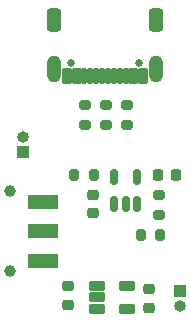
<source format=gbr>
%TF.GenerationSoftware,KiCad,Pcbnew,8.0.1*%
%TF.CreationDate,2024-04-18T20:24:50-07:00*%
%TF.ProjectId,Battery Tester,42617474-6572-4792-9054-65737465722e,rev?*%
%TF.SameCoordinates,Original*%
%TF.FileFunction,Soldermask,Top*%
%TF.FilePolarity,Negative*%
%FSLAX46Y46*%
G04 Gerber Fmt 4.6, Leading zero omitted, Abs format (unit mm)*
G04 Created by KiCad (PCBNEW 8.0.1) date 2024-04-18 20:24:50*
%MOMM*%
%LPD*%
G01*
G04 APERTURE LIST*
G04 Aperture macros list*
%AMRoundRect*
0 Rectangle with rounded corners*
0 $1 Rounding radius*
0 $2 $3 $4 $5 $6 $7 $8 $9 X,Y pos of 4 corners*
0 Add a 4 corners polygon primitive as box body*
4,1,4,$2,$3,$4,$5,$6,$7,$8,$9,$2,$3,0*
0 Add four circle primitives for the rounded corners*
1,1,$1+$1,$2,$3*
1,1,$1+$1,$4,$5*
1,1,$1+$1,$6,$7*
1,1,$1+$1,$8,$9*
0 Add four rect primitives between the rounded corners*
20,1,$1+$1,$2,$3,$4,$5,0*
20,1,$1+$1,$4,$5,$6,$7,0*
20,1,$1+$1,$6,$7,$8,$9,0*
20,1,$1+$1,$8,$9,$2,$3,0*%
G04 Aperture macros list end*
%ADD10C,1.000000*%
%ADD11R,2.500000X1.200000*%
%ADD12RoundRect,0.200000X0.275000X-0.200000X0.275000X0.200000X-0.275000X0.200000X-0.275000X-0.200000X0*%
%ADD13RoundRect,0.200000X-0.275000X0.200000X-0.275000X-0.200000X0.275000X-0.200000X0.275000X0.200000X0*%
%ADD14RoundRect,0.119100X-0.587900X-0.277900X0.587900X-0.277900X0.587900X0.277900X-0.587900X0.277900X0*%
%ADD15RoundRect,0.225000X0.250000X-0.225000X0.250000X0.225000X-0.250000X0.225000X-0.250000X-0.225000X0*%
%ADD16R,1.000000X1.000000*%
%ADD17O,1.000000X1.000000*%
%ADD18RoundRect,0.225000X-0.225000X-0.250000X0.225000X-0.250000X0.225000X0.250000X-0.225000X0.250000X0*%
%ADD19C,0.650000*%
%ADD20RoundRect,0.102000X0.300000X0.575000X-0.300000X0.575000X-0.300000X-0.575000X0.300000X-0.575000X0*%
%ADD21RoundRect,0.102000X0.150000X0.575000X-0.150000X0.575000X-0.150000X-0.575000X0.150000X-0.575000X0*%
%ADD22O,1.204000X2.304000*%
%ADD23RoundRect,0.301000X0.301000X0.701000X-0.301000X0.701000X-0.301000X-0.701000X0.301000X-0.701000X0*%
%ADD24RoundRect,0.200000X0.200000X0.275000X-0.200000X0.275000X-0.200000X-0.275000X0.200000X-0.275000X0*%
%ADD25RoundRect,0.150000X0.150000X-0.512500X0.150000X0.512500X-0.150000X0.512500X-0.150000X-0.512500X0*%
%ADD26RoundRect,0.225000X-0.250000X0.225000X-0.250000X-0.225000X0.250000X-0.225000X0.250000X0.225000X0*%
G04 APERTURE END LIST*
D10*
%TO.C,SW1*%
X141950000Y-107425000D03*
X141950000Y-114225000D03*
D11*
X144700000Y-108325000D03*
X144700000Y-110825000D03*
X144700000Y-113325000D03*
%TD*%
D12*
%TO.C,D1*%
X154500000Y-109425000D03*
X154500000Y-107775000D03*
%TD*%
D13*
%TO.C,R5*%
X148225000Y-100150000D03*
X148225000Y-101800000D03*
%TD*%
D14*
%TO.C,U2*%
X149320000Y-115475000D03*
X149320000Y-116425000D03*
X149320000Y-117375000D03*
X151830000Y-117375000D03*
X151830000Y-115475000D03*
%TD*%
D13*
%TO.C,R3*%
X150025000Y-100150000D03*
X150025000Y-101800000D03*
%TD*%
D15*
%TO.C,C1*%
X148900000Y-109275000D03*
X148900000Y-107725000D03*
%TD*%
D16*
%TO.C,3.3v*%
X156275000Y-115850000D03*
D17*
X156275000Y-117120000D03*
%TD*%
D18*
%TO.C,C2*%
X154450000Y-106100000D03*
X156000000Y-106100000D03*
%TD*%
D19*
%TO.C,J1*%
X152840000Y-96580000D03*
X147060000Y-96580000D03*
D20*
X153150000Y-97655000D03*
X152350000Y-97655000D03*
D21*
X151200000Y-97655000D03*
X150200000Y-97655000D03*
X149700000Y-97655000D03*
X148700000Y-97655000D03*
D20*
X146750000Y-97655000D03*
X147550000Y-97655000D03*
D21*
X148200000Y-97655000D03*
X149200000Y-97655000D03*
X150700000Y-97655000D03*
X151700000Y-97655000D03*
D22*
X154270000Y-97080000D03*
X145630000Y-97080000D03*
D23*
X154270000Y-92900000D03*
X145630000Y-92900000D03*
%TD*%
D24*
%TO.C,R2*%
X154625000Y-111100000D03*
X152975000Y-111100000D03*
%TD*%
D25*
%TO.C,U1*%
X150750000Y-108537500D03*
X151700000Y-108537500D03*
X152650000Y-108537500D03*
X152650000Y-106262500D03*
X150750000Y-106262500D03*
%TD*%
D24*
%TO.C,R1*%
X149000000Y-106100000D03*
X147350000Y-106100000D03*
%TD*%
D13*
%TO.C,R4*%
X151825000Y-100150000D03*
X151825000Y-101800000D03*
%TD*%
D26*
%TO.C,C4*%
X153675000Y-115750000D03*
X153675000Y-117300000D03*
%TD*%
D16*
%TO.C,BATT*%
X143025000Y-104100000D03*
D17*
X143025000Y-102830000D03*
%TD*%
D26*
%TO.C,C3*%
X146850000Y-115475000D03*
X146850000Y-117025000D03*
%TD*%
M02*

</source>
